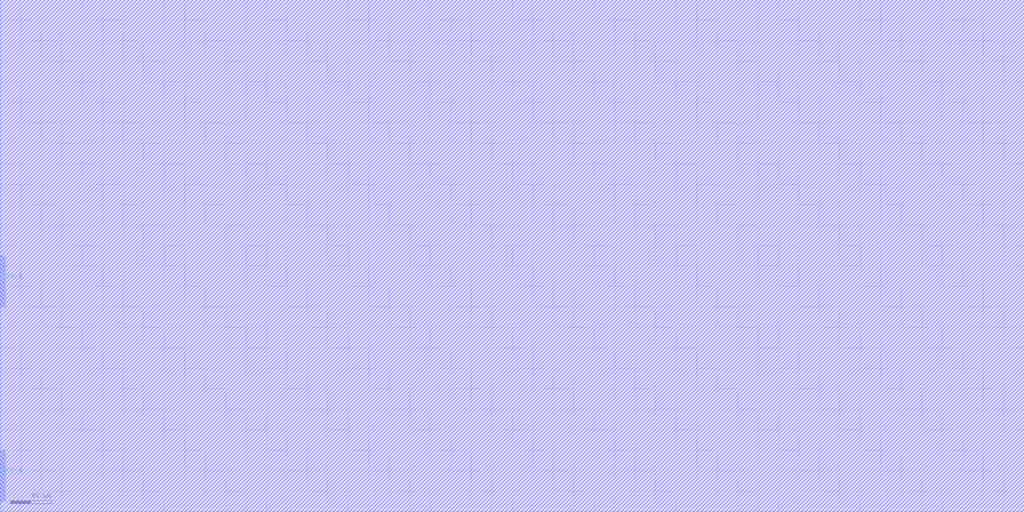
<source format=lef>
VERSION 5.5 ;
NAMESCASESENSITIVE ON ;
#BUSBITCHARS "d" ;
#DIVIDERCHAR "/" ;

SITE unit
  CLASS CORE ;
  SYMMETRY X Y ;
  SIZE 0.2 BY 1.8 ;
END unit


MACRO block1
  CLASS BLOCK ;
  ORIGIN 0 0 ;
  SIZE 1000 BY 500 ;
  SYMMETRY X Y R90 ;

  PIN VDD_A
    DIRECTION INOUT ;
    USE POWER ;
    PORT
    LAYER METAL3 ;
       RECT 0 10 5 60 ;
    LAYER METAL4 ;
       RECT 0 10 5 60 ;
    END 
  END VDD_A
  PIN VDD_B
    DIRECTION INOUT ;
    USE POWER ;
    PORT
    LAYER METAL3 ;
       RECT 0 200 5 250 ;
    LAYER METAL4 ;
       RECT 0 200 5 250 ;
    END
  END VDD_B

  OBS
    LAYER METAL1 ;
       RECT 0 0 1000 500 ;
    LAYER METAL2 ;
       RECT 0 0 1000 500 ;
    LAYER METAL3 ;
       RECT 0 0 1000 500 ;
    LAYER METAL4 ;
       RECT 0 0 1000 500 ;
  END
END block1
  
MACRO block2
  CLASS BLOCK ;
  ORIGIN 0 0 ;
  SIZE 700 BY 600 ;
  SYMMETRY X Y R90 ;

  PIN VDD_A
    DIRECTION INOUT ;
    USE POWER ;
    PORT
    LAYER METAL5 ;
       RECT 0 100 5 150 ;
    LAYER METAL6 ;
       RECT 0 100 5 150 ;
    END
  END VDD_A

  OBS
    LAYER METAL1 ;
       RECT 0 0 700 600 ;
    LAYER METAL2 ;
       RECT 0 0 700 600 ;
    LAYER METAL3 ;
       RECT 0 0 700 600 ;
    LAYER METAL4 ;
       RECT 0 0 700 600 ;
    LAYER METAL5 ;
       RECT 0 0 700 600 ;
    LAYER METAL6 ;
       RECT 0 0 700 600 ;
  END
END block2

MACRO block3
  CLASS BLOCK ;
  ORIGIN 0 0 ;
  SIZE 500 BY 500 ;
  SYMMETRY X Y R90 ;

  PIN VDD_A
    DIRECTION INOUT ;
    USE POWER ;
    PORT
    LAYER METAL4 ;
       RECT 0 50 5 100 ;
    LAYER METAL5 ;
       RECT 0 50 5 100 ;
    END
  END VDD_A

  OBS
    LAYER METAL1 ;
       RECT 0 0 500 500 ;
    LAYER METAL2 ;
       RECT 0 0 500 500 ;
    LAYER METAL3 ;
       RECT 0 0 500 500 ;
    LAYER METAL4 ;
       RECT 0 0 500 500 ;
    LAYER METAL5 ;
       RECT 0 0 500 500 ;
  END
END block3

MACRO block4
  CLASS BLOCK ;
  ORIGIN 0 0 ;
  SIZE 200 BY 200 ;
  SYMMETRY X Y R90 ;

  PIN VDD_A
    DIRECTION INOUT ;
    USE POWER ;
    PORT
    LAYER METAL3 ;
       RECT 0 80 5 120 ;
    LAYER METAL4 ;
       RECT 0 80 5 120 ;
    END
  END VDD_A

  OBS
    LAYER METAL1 ;
       RECT 0 0 200 200 ;
    LAYER METAL2 ;
       RECT 0 0 200 200 ;
    LAYER METAL3 ;
       RECT 0 0 200 200 ;
    LAYER METAL4 ;
       RECT 0 0 200 200 ;
  END
END block4

MACRO block5
  CLASS BLOCK ;
  ORIGIN 0 0 ;
  SIZE 200 BY 1000 ;
  SYMMETRY X Y R90 ;

  PIN VDD_A
    DIRECTION INOUT ;
    USE POWER ;
    PORT
    LAYER METAL5 ;
       RECT 0 200 5 250 ;
    LAYER METAL6 ;
       RECT 0 200 5 250 ;
    END
  END VDD_A
  PIN VDD_B
    DIRECTION INOUT ;
    USE POWER ;
    PORT
    LAYER METAL5 ;
       RECT 0 400 5 450 ;
    LAYER METAL6 ;
       RECT 0 400 5 450 ;
    END
  END VDD_B

  OBS
    LAYER METAL1 ;
       RECT 0 0 200 1000 ;
    LAYER METAL2 ;
       RECT 0 0 200 1000 ;
    LAYER METAL3 ;
       RECT 0 0 200 1000 ;
    LAYER METAL4 ;
       RECT 0 0 200 1000 ;
    LAYER METAL5 ;
       RECT 0 0 200 1000 ;
    LAYER METAL6 ;
       RECT 0 0 200 1000 ;
  END
END block5

MACRO block6
  CLASS BLOCK ;
  ORIGIN 0 0 ;
  SIZE 300 BY 300 ;
  SYMMETRY X Y R90 ;

  PIN VDD_A
    DIRECTION INOUT ;
    USE POWER ;
    PORT
    LAYER METAL5 ;
       RECT 0 100 5 200 ;
    LAYER METAL6 ;
       RECT 0 100 5 200 ;
    END
  END VDD_A

  OBS
    LAYER METAL1 ;
       RECT 0 0 300 300 ;
    LAYER METAL2 ;
       RECT 0 0 300 300 ;
    LAYER METAL3 ;
       RECT 0 0 300 300 ;
    LAYER METAL4 ;
       RECT 0 0 300 300 ;
    LAYER METAL5 ;
       RECT 0 0 300 300 ;
    LAYER METAL6 ;
       RECT 0 0 300 300 ;
  END
END block6

MACRO block7
  CLASS BLOCK ;
  ORIGIN 0 0 ;
  SIZE 100 BY 200 ;
  SYMMETRY X Y R90 ;

  PIN VDD_A
    DIRECTION INOUT ;
    USE POWER ;
    PORT
    LAYER METAL5 ;
       RECT 0 50 5 70 ;
    LAYER METAL6 ;
       RECT 0 50 5 70 ;
    END
  END VDD_A

  OBS
    LAYER METAL1 ;
       RECT 0 0 100 200 ;
    LAYER METAL2 ;
       RECT 0 0 100 200 ;
    LAYER METAL3 ;
       RECT 0 0 100 200 ;
    LAYER METAL4 ;
       RECT 0 0 100 200 ;
    LAYER METAL5 ;
       RECT 0 0 100 200 ;
    LAYER METAL6 ;
       RECT 0 0 100 200 ;
  END
END block7

MACRO block8
  CLASS BLOCK ;
  ORIGIN 0 0 ;
  SIZE 50 BY 300 ;
  SYMMETRY X Y R90 ;

  PIN VDD_A
    DIRECTION INOUT ;
    USE POWER ;
    PORT
    LAYER METAL5 ;
       RECT 0 50 5 70 ;
    LAYER METAL6 ;
       RECT 0 50 5 70 ;
    END
  END VDD_A

  OBS
    LAYER METAL1 ;
       RECT 0 0 50 300 ;
    LAYER METAL2 ;
       RECT 0 0 50 300 ;
    LAYER METAL3 ;
       RECT 0 0 50 300 ;
    LAYER METAL4 ;
       RECT 0 0 50 300 ;
    LAYER METAL5 ;
       RECT 0 0 50 300 ;
    LAYER METAL6 ;
       RECT 0 0 50 300 ;
  END
END block8


MACRO block9
  CLASS BLOCK ;
  ORIGIN 0 0 ;
  SIZE 250 BY 700 ;
  SYMMETRY X Y R90 ;

  PIN VDD_A
    DIRECTION INOUT ;
    USE POWER ;
    PORT
    LAYER METAL5 ;
       RECT 0 150 5 180 ;
    LAYER METAL6 ;
       RECT 0 150 5 180 ;
    END
  END VDD_A
  PIN VDD_B
    DIRECTION INOUT ;
    USE POWER ;
    PORT
    LAYER METAL5 ;
       RECT 0 250 5 280 ;
    LAYER METAL6 ;
       RECT 0 250 5 280 ;
    END
  END VDD_B
  PIN VDD_C
    DIRECTION INOUT ;
    USE POWER ;
    PORT
    LAYER METAL5 ;
       RECT 0 350 5 380 ;
    LAYER METAL6 ;
       RECT 0 350 5 380 ;
    END
  END VDD_C
  PIN VDD_D
    DIRECTION INOUT ;
    USE POWER ;
    PORT
    LAYER METAL5 ;
       RECT 0 450 5 480 ;
    LAYER METAL6 ;
       RECT 0 450 5 480 ;
    END
  END VDD_D
  PIN VDD_E
    DIRECTION INOUT ;
    USE POWER ;
    PORT
    LAYER METAL5 ;
       RECT 0 550 5 580 ;
    LAYER METAL6 ;
       RECT 0 550 5 580 ;
    END
  END VDD_E

  OBS
    LAYER METAL1 ;
       RECT 0 0 250 700 ;
    LAYER METAL2 ; 
       RECT 0 0 250 700 ;
    LAYER METAL3 ; 
       RECT 0 0 250 700 ;
    LAYER METAL4 ;
       RECT 0 0 250 700 ;
    LAYER METAL5 ;
       RECT 0 0 250 700 ;
    LAYER METAL6 ;
       RECT 0 0 250 700 ;
  END  
END block9


END LIBRARY

</source>
